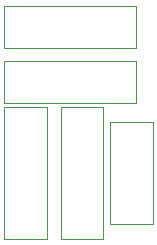
<source format=gbr>
%TF.GenerationSoftware,KiCad,Pcbnew,9.0.0*%
%TF.CreationDate,2025-04-25T12:11:26-04:00*%
%TF.ProjectId,PawPlans,50617750-6c61-46e7-932e-6b696361645f,0.5.0*%
%TF.SameCoordinates,Original*%
%TF.FileFunction,Other,User*%
%FSLAX46Y46*%
G04 Gerber Fmt 4.6, Leading zero omitted, Abs format (unit mm)*
G04 Created by KiCad (PCBNEW 9.0.0) date 2025-04-25 12:11:26*
%MOMM*%
%LPD*%
G01*
G04 APERTURE LIST*
%ADD10C,0.050000*%
G04 APERTURE END LIST*
D10*
%TO.C,DM_PORT_A1*%
X98200000Y-61850000D02*
X98200000Y-65450000D01*
X98200000Y-65450000D02*
X109400000Y-65450000D01*
X109400000Y-61850000D02*
X98200000Y-61850000D01*
X109400000Y-65450000D02*
X109400000Y-61850000D01*
%TO.C,DM_PORT_B1*%
X98200000Y-57200000D02*
X98200000Y-60800000D01*
X98200000Y-60800000D02*
X109400000Y-60800000D01*
X109400000Y-57200000D02*
X98200000Y-57200000D01*
X109400000Y-60800000D02*
X109400000Y-57200000D01*
%TO.C,LD_CELL_AMP1*%
X103000000Y-65725000D02*
X103000000Y-76925000D01*
X103000000Y-76925000D02*
X106600000Y-76925000D01*
X106600000Y-65725000D02*
X103000000Y-65725000D01*
X106600000Y-76925000D02*
X106600000Y-65725000D01*
%TO.C,SERVO1*%
X107200000Y-67000000D02*
X107200000Y-75650000D01*
X107200000Y-75650000D02*
X110800000Y-75650000D01*
X110800000Y-67000000D02*
X107200000Y-67000000D01*
X110800000Y-75650000D02*
X110800000Y-67000000D01*
%TO.C,PROXY1*%
X98200000Y-65725000D02*
X98200000Y-76925000D01*
X98200000Y-76925000D02*
X101800000Y-76925000D01*
X101800000Y-65725000D02*
X98200000Y-65725000D01*
X101800000Y-76925000D02*
X101800000Y-65725000D01*
%TD*%
M02*

</source>
